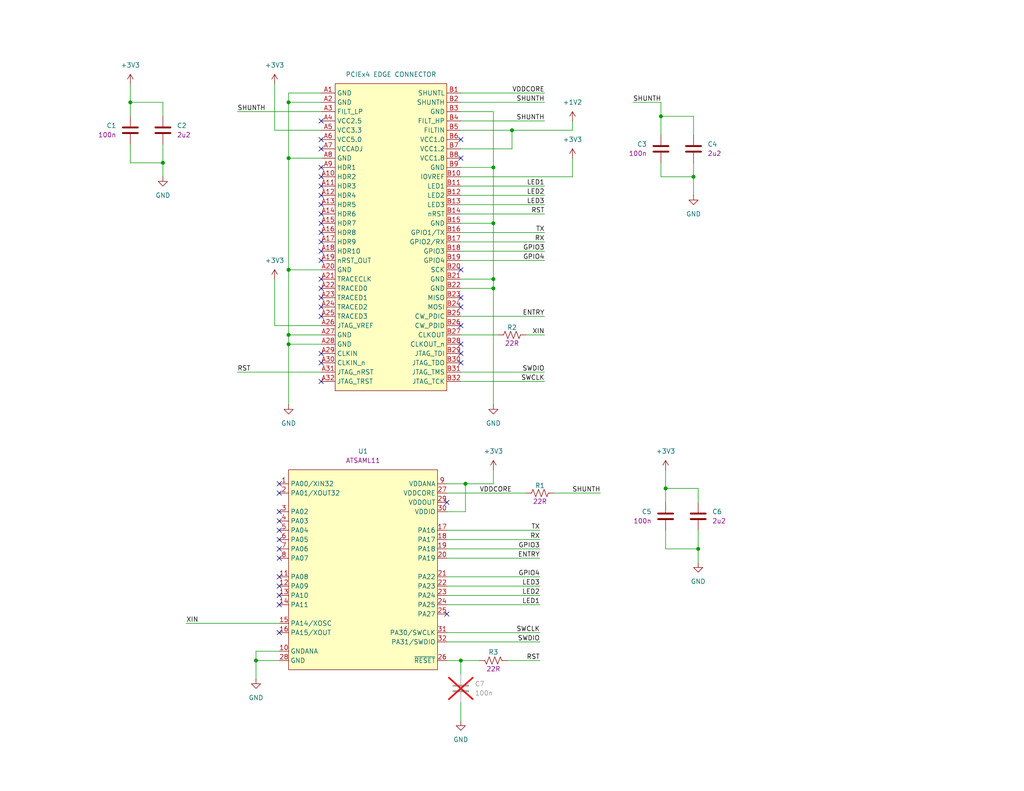
<source format=kicad_sch>
(kicad_sch (version 20231120) (generator "eeschema") (generator_version "8.0")
  (paper "USLetter")
  (lib_symbols
    (symbol "Silkscreen_Symbols:CE_Free" (in_bom no))
    (symbol "Silkscreen_Symbols:Pb_Free" (in_bom no))
    (symbol "Silkscreen_Symbols:UKCA"
      (property "Reference" "PCB" (at 0 0 0))
      (property "Value" "UKCA symbol" (at 0 0 0))
    )
    (symbol "Silkscreen_Symbols:WEEE" (in_bom no))
    (symbol "power:+1V2" (power) (pin_numbers hide) (pin_names (offset 0) hide)
      (property "Value" "+1V2" (at 0 3.556 0))
      (symbol "+1V2_0_1"
        (polyline (pts (xy -0.762 1.27) (xy 0 2.54)))
        (polyline (pts (xy 0 0) (xy 0 2.54)))
        (polyline (pts (xy 0 2.54) (xy 0.762 1.27)))
      )
      (symbol "+1V2_1_1"
        (pin power_in line (at 0 0 90) (length 0) (name "~") (number "1"))
      )
    )
    (symbol "power:+3V3" (power) (pin_numbers hide) (pin_names (offset 0) hide)
      (property "Value" "+3V3" (at 0 3.556 0))
      (symbol "+3V3_0_1"
        (polyline (pts (xy -0.762 1.27) (xy 0 2.54)))
        (polyline (pts (xy 0 0) (xy 0 2.54)))
        (polyline (pts (xy 0 2.54) (xy 0.762 1.27)))
      )
      (symbol "+3V3_1_1"
        (pin power_in line (at 0 0 90) (length 0) (name "~") (number "1"))
      )
    )
    (symbol "power:GND" (power) (pin_numbers hide) (pin_names (offset 0) hide)
      (property "Value" "GND" (at 0 -3.81 0))
      (symbol "GND_0_1"
        (polyline (pts (xy 0 0) (xy 0 -1.27) (xy 1.27 -1.27) (xy 0 -2.54) (xy -1.27 -1.27) (xy 0 -1.27)))
      )
      (symbol "GND_1_1"
        (pin power_in line (at 0 0 270) (length 0) (name "~") (number "1"))
      )
    )
    (symbol "tutorial_2_library:ATSMAL11E16A-AU"
      (property "Reference" "U" (at -20.32 5.08 0))
      (property "Display Value" "ATSAML11" (at 15.24 5.08 0))
      (symbol "ATSMAL11E16A-AU_1_1"
        (rectangle (start -20.32 3.81) (end 20.32 -50.8) (fill (type background)))
        (pin unspecified line (at -22.86 0 0) (length 2.54) (name "PA00/XIN32") (number "1"))
        (pin unspecified line (at -22.86 -45.72 0) (length 2.54) (name "GNDANA") (number "10"))
        (pin unspecified line (at -22.86 -25.4 0) (length 2.54) (name "PA08") (number "11"))
        (pin unspecified line (at -22.86 -27.94 0) (length 2.54) (name "PA09") (number "12"))
        (pin unspecified line (at -22.86 -30.48 0) (length 2.54) (name "PA10") (number "13"))
        (pin unspecified line (at -22.86 -33.02 0) (length 2.54) (name "PA11") (number "14"))
        (pin unspecified line (at -22.86 -38.1 0) (length 2.54) (name "PA14/XOSC") (number "15"))
        (pin unspecified line (at -22.86 -40.64 0) (length 2.54) (name "PA15/XOUT") (number "16"))
        (pin unspecified line (at 22.86 -12.7 180) (length 2.54) (name "PA16") (number "17"))
        (pin unspecified line (at 22.86 -15.24 180) (length 2.54) (name "PA17") (number "18"))
        (pin unspecified line (at 22.86 -17.78 180) (length 2.54) (name "PA18") (number "19"))
        (pin unspecified line (at -22.86 -2.54 0) (length 2.54) (name "PA01/XOUT32") (number "2"))
        (pin unspecified line (at 22.86 -20.32 180) (length 2.54) (name "PA19") (number "20"))
        (pin unspecified line (at 22.86 -25.4 180) (length 2.54) (name "PA22") (number "21"))
        (pin unspecified line (at 22.86 -27.94 180) (length 2.54) (name "PA23") (number "22"))
        (pin unspecified line (at 22.86 -30.48 180) (length 2.54) (name "PA24") (number "23"))
        (pin unspecified line (at 22.86 -33.02 180) (length 2.54) (name "PA25") (number "24"))
        (pin unspecified line (at 22.86 -35.56 180) (length 2.54) (name "PA27") (number "25"))
        (pin unspecified line (at 22.86 -48.26 180) (length 2.54) (name "~{RESET}") (number "26"))
        (pin unspecified line (at 22.86 -2.54 180) (length 2.54) (name "VDDCORE") (number "27"))
        (pin unspecified line (at -22.86 -48.26 0) (length 2.54) (name "GND") (number "28"))
        (pin unspecified line (at 22.86 -5.08 180) (length 2.54) (name "VDDOUT") (number "29"))
        (pin unspecified line (at -22.86 -7.62 0) (length 2.54) (name "PA02") (number "3"))
        (pin unspecified line (at 22.86 -7.62 180) (length 2.54) (name "VDDIO") (number "30"))
        (pin unspecified line (at 22.86 -40.64 180) (length 2.54) (name "PA30/SWCLK") (number "31"))
        (pin unspecified line (at 22.86 -43.18 180) (length 2.54) (name "PA31/SWDIO") (number "32"))
        (pin unspecified line (at -22.86 -10.16 0) (length 2.54) (name "PA03") (number "4"))
        (pin unspecified line (at -22.86 -12.7 0) (length 2.54) (name "PA04") (number "5"))
        (pin unspecified line (at -22.86 -15.24 0) (length 2.54) (name "PA05") (number "6"))
        (pin unspecified line (at -22.86 -17.78 0) (length 2.54) (name "PA06") (number "7"))
        (pin unspecified line (at -22.86 -20.32 0) (length 2.54) (name "PA07") (number "8"))
        (pin unspecified line (at 22.86 0 180) (length 2.54) (name "VDDANA") (number "9"))
      )
    )
    (symbol "tutorial_2_library:CAP_100n_50V_0603"
      (property "Reference" "C" (at -20.32 5.08 0))
      (property "Display Value" "100n" (at 15.24 5.08 0))
      (symbol "CAP_100n_50V_0603_0_1"
        (polyline (pts (xy -0.762 -2.032) (xy -0.762 2.032)) (stroke (width 0.508)))
        (polyline (pts (xy 0.762 -2.032) (xy 0.762 2.032)) (stroke (width 0.508)))
      )
      (symbol "CAP_100n_50V_0603_1_1"
        (pin passive line (at -3.81 0 0) (length 2.794) (name "~") (number ""))
        (pin passive line (at 3.81 0 180) (length 2.794) (name "~") (number ""))
      )
    )
    (symbol "tutorial_2_library:CAP_2u2_16V_0603"
      (property "Reference" "C" (at -20.32 5.08 0))
      (property "Display Value" "2u2" (at 15.24 5.08 0))
      (symbol "CAP_2u2_16V_0603_0_1"
        (polyline (pts (xy -0.762 -2.032) (xy -0.762 2.032)) (stroke (width 0.508)))
        (polyline (pts (xy 0.762 -2.032) (xy 0.762 2.032)) (stroke (width 0.508)))
      )
      (symbol "CAP_2u2_16V_0603_1_1"
        (pin passive line (at -3.81 0 0) (length 2.794) (name "~") (number ""))
        (pin passive line (at 3.81 0 180) (length 2.794) (name "~") (number ""))
      )
    )
    (symbol "tutorial_2_library:CW312T-Template" (in_bom no)
      (property "Reference" "P" (at -15.24 3.81 0))
      (property "Value" "PCIEx4 EDGE CONNECTOR " (at 3.81 3.81 0))
      (symbol "CW312T-Template_1_1"
        (rectangle (start -15.24 2.54) (end 15.24 -81.28) (fill (type background)))
        (pin unspecified line (at -19.05 0 0) (length 3.81) (name "GND") (number "A1"))
        (pin unspecified line (at -19.05 -22.86 0) (length 3.81) (name "HDR2") (number "A10"))
        (pin unspecified line (at -19.05 -25.4 0) (length 3.81) (name "HDR3") (number "A11"))
        (pin unspecified line (at -19.05 -27.94 0) (length 3.81) (name "HDR4") (number "A12"))
        (pin unspecified line (at -19.05 -30.48 0) (length 3.81) (name "HDR5") (number "A13"))
        (pin unspecified line (at -19.05 -33.02 0) (length 3.81) (name "HDR6") (number "A14"))
        (pin unspecified line (at -19.05 -35.56 0) (length 3.81) (name "HDR7") (number "A15"))
        (pin unspecified line (at -19.05 -38.1 0) (length 3.81) (name "HDR8") (number "A16"))
        (pin unspecified line (at -19.05 -40.64 0) (length 3.81) (name "HDR9") (number "A17"))
        (pin unspecified line (at -19.05 -43.18 0) (length 3.81) (name "HDR10") (number "A18"))
        (pin unspecified line (at -19.05 -45.72 0) (length 3.81) (name "nRST_OUT") (number "A19"))
        (pin unspecified line (at -19.05 -2.54 0) (length 3.81) (name "GND") (number "A2"))
        (pin unspecified line (at -19.05 -48.26 0) (length 3.81) (name "GND") (number "A20"))
        (pin unspecified line (at -19.05 -50.8 0) (length 3.81) (name "TRACECLK") (number "A21"))
        (pin unspecified line (at -19.05 -53.34 0) (length 3.81) (name "TRACED0") (number "A22"))
        (pin unspecified line (at -19.05 -55.88 0) (length 3.81) (name "TRACED1") (number "A23"))
        (pin unspecified line (at -19.05 -58.42 0) (length 3.81) (name "TRACED2") (number "A24"))
        (pin unspecified line (at -19.05 -60.96 0) (length 3.81) (name "TRACED3") (number "A25"))
        (pin unspecified line (at -19.05 -63.5 0) (length 3.81) (name "JTAG_VREF") (number "A26"))
        (pin unspecified line (at -19.05 -66.04 0) (length 3.81) (name "GND") (number "A27"))
        (pin unspecified line (at -19.05 -68.58 0) (length 3.81) (name "GND") (number "A28"))
        (pin unspecified line (at -19.05 -71.12 0) (length 3.81) (name "CLKIN") (number "A29"))
        (pin unspecified line (at -19.05 -5.08 0) (length 3.81) (name "FILT_LP") (number "A3"))
        (pin unspecified line (at -19.05 -73.66 0) (length 3.81) (name "CLKIN_n") (number "A30"))
        (pin unspecified line (at -19.05 -76.2 0) (length 3.81) (name "JTAG_nRST") (number "A31"))
        (pin unspecified line (at -19.05 -78.74 0) (length 3.81) (name "JTAG_TRST") (number "A32"))
        (pin unspecified line (at -19.05 -7.62 0) (length 3.81) (name "VCC2.5") (number "A4"))
        (pin unspecified line (at -19.05 -10.16 0) (length 3.81) (name "VCC3.3") (number "A5"))
        (pin unspecified line (at -19.05 -12.7 0) (length 3.81) (name "VCC5.0") (number "A6"))
        (pin unspecified line (at -19.05 -15.24 0) (length 3.81) (name "VCCADJ") (number "A7"))
        (pin unspecified line (at -19.05 -17.78 0) (length 3.81) (name "GND") (number "A8"))
        (pin unspecified line (at -19.05 -20.32 0) (length 3.81) (name "HDR1") (number "A9"))
        (pin unspecified line (at 19.05 0 180) (length 3.81) (name "SHUNTL") (number "B1"))
        (pin unspecified line (at 19.05 -22.86 180) (length 3.81) (name "IOVREF") (number "B10"))
        (pin unspecified line (at 19.05 -25.4 180) (length 3.81) (name "LED1") (number "B11"))
        (pin unspecified line (at 19.05 -27.94 180) (length 3.81) (name "LED2") (number "B12"))
        (pin unspecified line (at 19.05 -30.48 180) (length 3.81) (name "LED3") (number "B13"))
        (pin unspecified line (at 19.05 -33.02 180) (length 3.81) (name "nRST") (number "B14"))
        (pin unspecified line (at 19.05 -35.56 180) (length 3.81) (name "GND") (number "B15"))
        (pin unspecified line (at 19.05 -38.1 180) (length 3.81) (name "GPIO1/TX") (number "B16"))
        (pin unspecified line (at 19.05 -40.64 180) (length 3.81) (name "GPIO2/RX") (number "B17"))
        (pin unspecified line (at 19.05 -43.18 180) (length 3.81) (name "GPIO3") (number "B18"))
        (pin unspecified line (at 19.05 -45.72 180) (length 3.81) (name "GPIO4") (number "B19"))
        (pin unspecified line (at 19.05 -2.54 180) (length 3.81) (name "SHUNTH") (number "B2"))
        (pin unspecified line (at 19.05 -48.26 180) (length 3.81) (name "SCK") (number "B20"))
        (pin unspecified line (at 19.05 -50.8 180) (length 3.81) (name "GND") (number "B21"))
        (pin unspecified line (at 19.05 -53.34 180) (length 3.81) (name "GND") (number "B22"))
        (pin unspecified line (at 19.05 -55.88 180) (length 3.81) (name "MISO") (number "B23"))
        (pin unspecified line (at 19.05 -58.42 180) (length 3.81) (name "MOSI") (number "B24"))
        (pin unspecified line (at 19.05 -60.96 180) (length 3.81) (name "CW_PDIC") (number "B25"))
        (pin unspecified line (at 19.05 -63.5 180) (length 3.81) (name "CW_PDID") (number "B26"))
        (pin unspecified line (at 19.05 -66.04 180) (length 3.81) (name "CLKOUT") (number "B27"))
        (pin unspecified line (at 19.05 -68.58 180) (length 3.81) (name "CLKOUT_n") (number "B28"))
        (pin unspecified line (at 19.05 -71.12 180) (length 3.81) (name "JTAG_TDI") (number "B29"))
        (pin unspecified line (at 19.05 -5.08 180) (length 3.81) (name "GND") (number "B3"))
        (pin unspecified line (at 19.05 -73.66 180) (length 3.81) (name "JTAG_TDO") (number "B30"))
        (pin unspecified line (at 19.05 -76.2 180) (length 3.81) (name "JTAG_TMS") (number "B31"))
        (pin unspecified line (at 19.05 -78.74 180) (length 3.81) (name "JTAG_TCK") (number "B32"))
        (pin unspecified line (at 19.05 -7.62 180) (length 3.81) (name "FILT_HP") (number "B4"))
        (pin unspecified line (at 19.05 -10.16 180) (length 3.81) (name "FILTIN") (number "B5"))
        (pin unspecified line (at 19.05 -12.7 180) (length 3.81) (name "VCC1.0") (number "B6"))
        (pin unspecified line (at 19.05 -15.24 180) (length 3.81) (name "VCC1.2") (number "B7"))
        (pin unspecified line (at 19.05 -17.78 180) (length 3.81) (name "VCC1.8") (number "B8"))
        (pin unspecified line (at 19.05 -20.32 180) (length 3.81) (name "GND") (number "B9"))
      )
    )
    (symbol "tutorial_2_library:RES_22R_0603"
      (property "Reference" "R" (at -20.32 5.08 0))
      (property "Display Value" "22R" (at 15.24 5.08 0))
      (symbol "RES_22R_0603_0_1"
        (polyline (pts (xy -2.286 0) (xy -2.54 0)))
        (polyline (pts (xy 2.286 0) (xy 2.54 0)))
        (polyline (pts (xy -2.286 0) (xy -1.905 1.016) (xy -1.524 0) (xy -1.143 -1.016) (xy -0.762 0)))
        (polyline (pts (xy -0.762 0) (xy -0.381 1.016) (xy 0 0) (xy 0.381 -1.016) (xy 0.762 0)))
        (polyline (pts (xy 0.762 0) (xy 1.143 1.016) (xy 1.524 0) (xy 1.905 -1.016) (xy 2.286 0)))
      )
      (symbol "RES_22R_0603_1_1"
        (pin passive line (at -3.81 0 0) (length 1.27) (name "~") (number ""))
        (pin passive line (at 3.81 0 180) (length 1.27) (name "~") (number ""))
      )
    )
  )
  (junction (at 134.62 45.72))
  (junction (at 190.5 149.86))
  (junction (at 69.85 180.34))
  (junction (at 180.34 31.75))
  (junction (at 35.56 27.94))
  (junction (at 134.62 78.74))
  (junction (at 78.74 93.98))
  (junction (at 189.23 48.26))
  (junction (at 134.62 76.2))
  (junction (at 78.74 73.66))
  (junction (at 134.62 60.96))
  (junction (at 78.74 91.44))
  (junction (at 78.74 43.18))
  (junction (at 44.45 44.45))
  (junction (at 127 132.08))
  (junction (at 125.73 180.34))
  (junction (at 181.61 133.35))
  (junction (at 139.7 35.56))
  (junction (at 78.74 27.94))
  (no_connect (at 121.92 167.64))
  (no_connect (at 87.63 78.74))
  (no_connect (at 76.2 147.32))
  (no_connect (at 76.2 144.78))
  (no_connect (at 87.63 60.96))
  (no_connect (at 125.73 73.66))
  (no_connect (at 87.63 86.36))
  (no_connect (at 76.2 162.56))
  (no_connect (at 87.63 50.8))
  (no_connect (at 76.2 149.86))
  (no_connect (at 87.63 48.26))
  (no_connect (at 76.2 152.4))
  (no_connect (at 87.63 71.12))
  (no_connect (at 87.63 83.82))
  (no_connect (at 87.63 38.1))
  (no_connect (at 87.63 45.72))
  (no_connect (at 87.63 63.5))
  (no_connect (at 125.73 43.18))
  (no_connect (at 76.2 134.62))
  (no_connect (at 87.63 58.42))
  (no_connect (at 76.2 132.08))
  (no_connect (at 76.2 172.72))
  (no_connect (at 125.73 83.82))
  (no_connect (at 125.73 96.52))
  (no_connect (at 87.63 33.02))
  (no_connect (at 76.2 165.1))
  (no_connect (at 87.63 76.2))
  (no_connect (at 125.73 38.1))
  (no_connect (at 87.63 99.06))
  (no_connect (at 87.63 55.88))
  (no_connect (at 76.2 142.24))
  (no_connect (at 87.63 68.58))
  (no_connect (at 76.2 160.02))
  (no_connect (at 87.63 96.52))
  (no_connect (at 125.73 88.9))
  (no_connect (at 87.63 40.64))
  (no_connect (at 87.63 66.04))
  (no_connect (at 76.2 139.7))
  (no_connect (at 125.73 99.06))
  (no_connect (at 87.63 104.14))
  (no_connect (at 76.2 157.48))
  (no_connect (at 121.92 137.16))
  (no_connect (at 125.73 93.98))
  (no_connect (at 87.63 81.28))
  (no_connect (at 87.63 53.34))
  (no_connect (at 125.73 81.28))
  (wire (pts (xy 181.61 133.35) (xy 181.61 137.16)))
  (wire (pts (xy 190.5 133.35) (xy 181.61 133.35)))
  (wire (pts (xy 125.73 50.8) (xy 148.59 50.8)))
  (wire (pts (xy 121.92 175.26) (xy 147.32 175.26)))
  (wire (pts (xy 125.73 191.77) (xy 125.73 196.85)))
  (wire (pts (xy 69.85 180.34) (xy 76.2 180.34)))
  (wire (pts (xy 44.45 27.94) (xy 35.56 27.94)))
  (wire (pts (xy 78.74 93.98) (xy 78.74 110.49)))
  (wire (pts (xy 64.77 30.48) (xy 87.63 30.48)))
  (wire (pts (xy 125.73 60.96) (xy 134.62 60.96)))
  (wire (pts (xy 78.74 73.66) (xy 87.63 73.66)))
  (wire (pts (xy 121.92 144.78) (xy 147.32 144.78)))
  (wire (pts (xy 125.73 76.2) (xy 134.62 76.2)))
  (wire (pts (xy 125.73 104.14) (xy 148.59 104.14)))
  (wire (pts (xy 125.73 66.04) (xy 148.59 66.04)))
  (wire (pts (xy 125.73 91.44) (xy 135.89 91.44)))
  (wire (pts (xy 78.74 91.44) (xy 87.63 91.44)))
  (wire (pts (xy 125.73 33.02) (xy 148.59 33.02)))
  (wire (pts (xy 180.34 36.83) (xy 180.34 31.75)))
  (wire (pts (xy 35.56 27.94) (xy 35.56 31.75)))
  (wire (pts (xy 69.85 177.8) (xy 69.85 180.34)))
  (wire (pts (xy 125.73 27.94) (xy 148.59 27.94)))
  (wire (pts (xy 78.74 91.44) (xy 78.74 93.98)))
  (wire (pts (xy 78.74 43.18) (xy 78.74 73.66)))
  (wire (pts (xy 156.21 43.18) (xy 156.21 48.26)))
  (wire (pts (xy 87.63 25.4) (xy 78.74 25.4)))
  (wire (pts (xy 125.73 71.12) (xy 148.59 71.12)))
  (wire (pts (xy 180.34 27.94) (xy 172.72 27.94)))
  (wire (pts (xy 125.73 30.48) (xy 134.62 30.48)))
  (wire (pts (xy 78.74 93.98) (xy 87.63 93.98)))
  (wire (pts (xy 125.73 86.36) (xy 148.59 86.36)))
  (wire (pts (xy 125.73 101.6) (xy 148.59 101.6)))
  (wire (pts (xy 125.73 63.5) (xy 148.59 63.5)))
  (wire (pts (xy 156.21 33.02) (xy 156.21 35.56)))
  (wire (pts (xy 189.23 48.26) (xy 189.23 53.34)))
  (wire (pts (xy 127 139.7) (xy 127 132.08)))
  (wire (pts (xy 121.92 165.1) (xy 147.32 165.1)))
  (wire (pts (xy 78.74 27.94) (xy 87.63 27.94)))
  (wire (pts (xy 190.5 137.16) (xy 190.5 133.35)))
  (wire (pts (xy 190.5 149.86) (xy 190.5 144.78)))
  (wire (pts (xy 35.56 44.45) (xy 44.45 44.45)))
  (wire (pts (xy 121.92 162.56) (xy 147.32 162.56)))
  (wire (pts (xy 121.92 160.02) (xy 147.32 160.02)))
  (wire (pts (xy 74.93 35.56) (xy 87.63 35.56)))
  (wire (pts (xy 180.34 44.45) (xy 180.34 48.26)))
  (wire (pts (xy 125.73 35.56) (xy 139.7 35.56)))
  (wire (pts (xy 121.92 180.34) (xy 125.73 180.34)))
  (wire (pts (xy 125.73 48.26) (xy 156.21 48.26)))
  (wire (pts (xy 181.61 128.27) (xy 181.61 133.35)))
  (wire (pts (xy 143.51 91.44) (xy 148.59 91.44)))
  (wire (pts (xy 125.73 25.4) (xy 148.59 25.4)))
  (wire (pts (xy 64.77 101.6) (xy 87.63 101.6)))
  (wire (pts (xy 134.62 132.08) (xy 134.62 128.27)))
  (wire (pts (xy 134.62 78.74) (xy 134.62 110.49)))
  (wire (pts (xy 125.73 40.64) (xy 139.7 40.64)))
  (wire (pts (xy 190.5 149.86) (xy 190.5 153.67)))
  (wire (pts (xy 125.73 55.88) (xy 148.59 55.88)))
  (wire (pts (xy 189.23 44.45) (xy 189.23 48.26)))
  (wire (pts (xy 121.92 149.86) (xy 147.32 149.86)))
  (wire (pts (xy 121.92 134.62) (xy 143.51 134.62)))
  (wire (pts (xy 181.61 149.86) (xy 190.5 149.86)))
  (wire (pts (xy 151.13 134.62) (xy 163.83 134.62)))
  (wire (pts (xy 180.34 31.75) (xy 189.23 31.75)))
  (wire (pts (xy 78.74 43.18) (xy 87.63 43.18)))
  (wire (pts (xy 138.43 180.34) (xy 147.32 180.34)))
  (wire (pts (xy 35.56 39.37) (xy 35.56 44.45)))
  (wire (pts (xy 121.92 172.72) (xy 147.32 172.72)))
  (wire (pts (xy 139.7 35.56) (xy 156.21 35.56)))
  (wire (pts (xy 125.73 180.34) (xy 125.73 184.15)))
  (wire (pts (xy 44.45 31.75) (xy 44.45 27.94)))
  (wire (pts (xy 125.73 45.72) (xy 134.62 45.72)))
  (wire (pts (xy 74.93 88.9) (xy 87.63 88.9)))
  (wire (pts (xy 134.62 45.72) (xy 134.62 60.96)))
  (wire (pts (xy 74.93 76.2) (xy 74.93 88.9)))
  (wire (pts (xy 125.73 78.74) (xy 134.62 78.74)))
  (wire (pts (xy 125.73 58.42) (xy 148.59 58.42)))
  (wire (pts (xy 181.61 144.78) (xy 181.61 149.86)))
  (wire (pts (xy 180.34 31.75) (xy 180.34 27.94)))
  (wire (pts (xy 44.45 44.45) (xy 44.45 39.37)))
  (wire (pts (xy 50.8 170.18) (xy 76.2 170.18)))
  (wire (pts (xy 121.92 152.4) (xy 147.32 152.4)))
  (wire (pts (xy 78.74 73.66) (xy 78.74 91.44)))
  (wire (pts (xy 121.92 157.48) (xy 147.32 157.48)))
  (wire (pts (xy 134.62 60.96) (xy 134.62 76.2)))
  (wire (pts (xy 134.62 76.2) (xy 134.62 78.74)))
  (wire (pts (xy 44.45 44.45) (xy 44.45 48.26)))
  (wire (pts (xy 78.74 27.94) (xy 78.74 43.18)))
  (wire (pts (xy 134.62 30.48) (xy 134.62 45.72)))
  (wire (pts (xy 121.92 132.08) (xy 127 132.08)))
  (wire (pts (xy 121.92 147.32) (xy 147.32 147.32)))
  (wire (pts (xy 189.23 31.75) (xy 189.23 36.83)))
  (wire (pts (xy 125.73 180.34) (xy 130.81 180.34)))
  (wire (pts (xy 125.73 53.34) (xy 148.59 53.34)))
  (wire (pts (xy 78.74 25.4) (xy 78.74 27.94)))
  (wire (pts (xy 76.2 177.8) (xy 69.85 177.8)))
  (wire (pts (xy 121.92 139.7) (xy 127 139.7)))
  (wire (pts (xy 35.56 22.86) (xy 35.56 27.94)))
  (wire (pts (xy 69.85 180.34) (xy 69.85 185.42)))
  (wire (pts (xy 127 132.08) (xy 134.62 132.08)))
  (wire (pts (xy 180.34 48.26) (xy 189.23 48.26)))
  (wire (pts (xy 125.73 68.58) (xy 148.59 68.58)))
  (wire (pts (xy 139.7 40.64) (xy 139.7 35.56)))
  (wire (pts (xy 74.93 22.86) (xy 74.93 35.56)))
  (label "SHUNTH" (at 172.72 27.94 0))
  (label "SWDIO" (at 148.59 101.6 180))
  (label "LED1" (at 148.59 50.8 180))
  (label "SWCLK" (at 147.32 172.72 180))
  (label "RX" (at 148.59 66.04 180))
  (label "ENTRY" (at 148.59 86.36 180))
  (label "LED2" (at 148.59 53.34 180))
  (label "TX" (at 147.32 144.78 180))
  (label "SWDIO" (at 147.32 175.26 180))
  (label "SHUNTH" (at 163.83 134.62 180))
  (label "GPIO3" (at 147.32 149.86 180))
  (label "ENTRY" (at 147.32 152.4 180))
  (label "LED3" (at 147.32 160.02 180))
  (label "GPIO3" (at 148.59 68.58 180))
  (label "RST" (at 64.77 101.6 0))
  (label "SWCLK" (at 148.59 104.14 180))
  (label "LED2" (at 147.32 162.56 180))
  (label "LED1" (at 147.32 165.1 180))
  (label "SHUNTH" (at 148.59 33.02 180))
  (label "RST" (at 148.59 58.42 180))
  (label "SHUNTH" (at 64.77 30.48 0))
  (label "VDDCORE" (at 148.59 25.4 180))
  (label "RST" (at 147.32 180.34 180))
  (label "LED3" (at 148.59 55.88 180))
  (label "TX" (at 148.59 63.5 180))
  (label "XIN" (at 148.59 91.44 180))
  (label "SHUNTH" (at 148.59 27.94 180))
  (label "VDDCORE" (at 139.7 134.62 180))
  (label "GPIO4" (at 148.59 71.12 180))
  (label "XIN" (at 50.8 170.18 0))
  (label "GPIO4" (at 147.32 157.48 180))
  (label "RX" (at 147.32 147.32 180))
  (symbol (lib_name "tutorial_2_library:CAP_100n_50V_0603") (lib_id "tutorial_2_library:CAP_100n_50V_0603") (at 181.61 140.97 90) (mirror x) (unit 1)
    (property "Reference" "C5" (at 177.8 139.6999 90) (effects (justify left)))
    (property "Value" "CAP_100n_50V_0603" (effects (hide yes)))
    (property "Footprint" "Capacitor_SMD:C_0603_1608Metric" (effects (hide yes)))
    (property "Datasheet" "https://content.kemet.com/datasheets/KEM_C1002_X7R_SMD.pdf" (effects (hide yes)))
    (property "Description" "CAP CER 0.1UF 50V X7R 0603" (effects (hide yes)))
    (property "Display Value" "100n" (at 177.8 142.2399 90) (effects (justify left)))
    (property "Manufacturer" "KEMET" (effects (hide yes)))
    (property "Manufacturer Part Number" "C0603C104M5RACTU" (effects (hide yes)))
    (property "Supplier 1" "DigiKey" (effects (hide yes)))
    (property "Supplier 1 Part Number" "399-C0603C104M5RACTUCT-ND" (effects (hide yes)))
  )
  (symbol (lib_id "power:GND") (at 78.74 110.49 0) (unit 1)
    (property "Reference" "#PWR07" (effects (hide yes)))
    (property "Value" "GND" (at 78.74 115.57 0))
    (property "Description" "Power symbol creates a global label with name \"GND\" , ground" (effects (hide yes)))
  )
  (symbol (lib_name "tutorial_2_library:CAP_100n_50V_0603") (lib_id "tutorial_2_library:CAP_100n_50V_0603") (at 35.56 35.56 90) (mirror x) (unit 1)
    (property "Reference" "C1" (at 31.75 34.2899 90) (effects (justify left)))
    (property "Value" "CAP_100n_50V_0603" (effects (hide yes)))
    (property "Footprint" "Capacitor_SMD:C_0603_1608Metric" (effects (hide yes)))
    (property "Datasheet" "https://content.kemet.com/datasheets/KEM_C1002_X7R_SMD.pdf" (effects (hide yes)))
    (property "Description" "CAP CER 0.1UF 50V X7R 0603" (effects (hide yes)))
    (property "Display Value" "100n" (at 31.75 36.8299 90) (effects (justify left)))
    (property "Manufacturer" "KEMET" (effects (hide yes)))
    (property "Manufacturer Part Number" "C0603C104M5RACTU" (effects (hide yes)))
    (property "Supplier 1" "DigiKey" (effects (hide yes)))
    (property "Supplier 1 Part Number" "399-C0603C104M5RACTUCT-ND" (effects (hide yes)))
  )
  (symbol (lib_id "power:GND") (at 190.5 153.67 0) (unit 1)
    (property "Reference" "#PWR06" (effects (hide yes)))
    (property "Value" "GND" (at 190.5 158.75 0))
    (property "Description" "Power symbol creates a global label with name \"GND\" , ground" (effects (hide yes)))
  )
  (symbol (lib_id "tutorial_2_library:ATSMAL11E16A-AU") (at 99.06 132.08 0) (unit 1)
    (property "Reference" "U1" (at 99.06 123.19 0))
    (property "Value" "ATSMAL11E16A-AU" (effects (hide yes)))
    (property "Footprint" "Package_QFP:TQFP-32_7x7mm_P0.8mm" (effects (hide yes)))
    (property "Datasheet" "https://www.mouser.ca/datasheet/2/268/SAM_L10_L11_Family_Data_Sheet_DS60001513-3442769.pdf" (effects (hide yes)))
    (property "Description" "ARM Microcontrollers - MCU TQFP32, 64KBFlash/16KB SRAM,85 Temp,Crypto,Tray" (effects (hide yes)))
    (property "Display Value" "ATSAML11" (at 99.06 125.73 0))
    (property "Manufacturer" "Microchip Technology" (effects (hide yes)))
    (property "Manufacturer Part Number" "ATSAML11E16A-AU" (effects (hide yes)))
    (property "Supplier 1" "DigiKey" (effects (hide yes)))
    (property "Supplier 1 Part Number" "ATSAML11E16A-AU-ND" (effects (hide yes)))
  )
  (symbol (lib_id "power:+1V2") (at 156.21 33.02 0) (unit 1)
    (property "Reference" "#PWR011" (effects (hide yes)))
    (property "Value" "+1V2" (at 156.21 27.94 0))
    (property "Description" "Power symbol creates a global label with name \"+1V2\"" (effects (hide yes)))
  )
  (symbol (lib_id "Silkscreen_Symbols:Pb_Free") (at -19.05 198.12 0) (unit 1) (in_bom no)
    (property "Reference" "PCB2" (effects (hide yes)))
    (property "Value" "Pb_Free" (effects (hide yes)))
    (property "Footprint" "Silkscrren_Symbols:Pb_Free_8.0x8.0mm_SilkScreen" (effects (hide yes)))
  )
  (symbol (lib_id "power:+3V3") (at 134.62 128.27 0) (unit 1)
    (property "Reference" "#PWR010" (effects (hide yes)))
    (property "Value" "+3V3" (at 134.62 123.19 0))
    (property "Description" "Power symbol creates a global label with name \"+3V3\"" (effects (hide yes)))
  )
  (symbol (lib_name "tutorial_2_library:RES_22R_0603") (lib_id "tutorial_2_library:RES_22R_0603") (at 134.62 180.34 0) (mirror x) (unit 1)
    (property "Reference" "R3" (at 134.62 178.054 0))
    (property "Value" "22R_0603" (effects (hide yes)))
    (property "Footprint" "Resistor_SMD:R_0603_1608Metric" (effects (hide yes)))
    (property "Datasheet" "https://www.yageo.com/upload/media/product/products/datasheet/rchip/PYu-RC_Group_51_RoHS_L_12.pdf" (effects (hide yes)))
    (property "Description" "RES 22 OHM 5% 1/10W 0603" (effects (hide yes)))
    (property "Display Value" "22R" (at 134.62 182.626 0))
    (property "Manufacturer" "YAGEO" (effects (hide yes)))
    (property "Manufacturer Part Number" "RC0603JR-0722RL" (effects (hide yes)))
    (property "Supplier 1" "DigiKey" (effects (hide yes)))
    (property "Supplier 1 Part Number" "311-22GRCT-ND" (effects (hide yes)))
  )
  (symbol (lib_id "power:+3V3") (at 156.21 43.18 0) (unit 1)
    (property "Reference" "#PWR01" (effects (hide yes)))
    (property "Value" "+3V3" (at 156.21 38.1 0))
    (property "Description" "Power symbol creates a global label with name \"+3V3\"" (effects (hide yes)))
  )
  (symbol (lib_id "power:+3V3") (at 181.61 128.27 0) (unit 1)
    (property "Reference" "#PWR05" (effects (hide yes)))
    (property "Value" "+3V3" (at 181.61 123.19 0))
    (property "Description" "Power symbol creates a global label with name \"+3V3\"" (effects (hide yes)))
  )
  (symbol (lib_id "power:+3V3") (at 35.56 22.86 0) (unit 1)
    (property "Reference" "#PWR02" (effects (hide yes)))
    (property "Value" "+3V3" (at 35.56 17.78 0))
    (property "Description" "Power symbol creates a global label with name \"+3V3\"" (effects (hide yes)))
  )
  (symbol (lib_id "power:GND") (at 44.45 48.26 0) (unit 1)
    (property "Reference" "#PWR04" (effects (hide yes)))
    (property "Value" "GND" (at 44.45 53.34 0))
    (property "Description" "Power symbol creates a global label with name \"GND\" , ground" (effects (hide yes)))
  )
  (symbol (lib_name "tutorial_2_library:CAP_2u2_16V_0603") (lib_id "tutorial_2_library:CAP_2u2_16V_0603") (at 189.23 40.64 270) (unit 1)
    (property "Reference" "C4" (at 193.04 39.3699 90) (effects (justify left)))
    (property "Value" "CAP_2u2_16V_0603" (effects (hide yes)))
    (property "Footprint" "Capacitor_SMD:C_0603_1608Metric" (effects (hide yes)))
    (property "Datasheet" "https://content.kemet.com/datasheets/KEM_C1006_X5R_SMD.pdf" (effects (hide yes)))
    (property "Description" "CAP CER 2.2UF 16V X5R 0603" (effects (hide yes)))
    (property "Display Value" "2u2" (at 193.04 41.9099 90) (effects (justify left)))
    (property "Manufacturer" "KEMET" (effects (hide yes)))
    (property "Manufacturer Part Number" "C0603C225K4PAC7867" (effects (hide yes)))
    (property "Supplier 1" "DigiKey" (effects (hide yes)))
    (property "Supplier 1 Part Number" "399-C0603C225K4PAC7867CT-ND" (effects (hide yes)))
  )
  (symbol (lib_id "Silkscreen_Symbols:UKCA") (at -16.51 193.04 0) (unit 1)
    (property "Reference" "PCB4" (effects (hide yes)))
    (property "Value" "UKCA symbol" (effects (hide yes)))
    (property "Footprint" "Silkscrren_Symbols:UKCA-Logo_8x8mm_SilkScreen" (effects (hide yes)))
  )
  (symbol (lib_id "power:GND") (at 189.23 53.34 0) (unit 1)
    (property "Reference" "#PWR08" (effects (hide yes)))
    (property "Value" "GND" (at 189.23 58.42 0))
    (property "Description" "Power symbol creates a global label with name \"GND\" , ground" (effects (hide yes)))
  )
  (symbol (lib_id "tutorial_2_library:CW312T-Template") (at 106.68 25.4 0) (unit 1) (in_bom no)
    (property "Reference" "P1" (effects (hide yes)))
    (property "Value" "PCIEx4 EDGE CONNECTOR" (at 106.68 20.32 0))
    (property "Footprint" "tutorial_2_library:CW312_Template" (effects (hide yes)))
    (property "Description" "BOARD AND EDGE CONNECTOR TEMPLATE FOR CW312 TARGETS" (effects (hide yes)))
  )
  (symbol (lib_id "power:+3V3") (at 74.93 76.2 0) (unit 1)
    (property "Reference" "#PWR013" (effects (hide yes)))
    (property "Value" "+3V3" (at 74.93 71.12 0))
    (property "Description" "Power symbol creates a global label with name \"+3V3\"" (effects (hide yes)))
  )
  (symbol (lib_id "power:+3V3") (at 74.93 22.86 0) (unit 1)
    (property "Reference" "#PWR012" (effects (hide yes)))
    (property "Value" "+3V3" (at 74.93 17.78 0))
    (property "Description" "Power symbol creates a global label with name \"+3V3\"" (effects (hide yes)))
  )
  (symbol (lib_id "Silkscreen_Symbols:CE_Free") (at -25.4 199.39 0) (unit 1) (in_bom no)
    (property "Reference" "PCB1" (effects (hide yes)))
    (property "Value" "CE" (effects (hide yes)))
    (property "Footprint" "Silkscrren_Symbols:CE-Logo_8.5x6mm_SilkScreen" (effects (hide yes)))
  )
  (symbol (lib_id "power:GND") (at 134.62 110.49 0) (unit 1)
    (property "Reference" "#PWR09" (effects (hide yes)))
    (property "Value" "GND" (at 134.62 115.57 0))
    (property "Description" "Power symbol creates a global label with name \"GND\" , ground" (effects (hide yes)))
  )
  (symbol (lib_name "tutorial_2_library:CAP_2u2_16V_0603") (lib_id "tutorial_2_library:CAP_2u2_16V_0603") (at 190.5 140.97 270) (unit 1)
    (property "Reference" "C6" (at 194.31 139.6999 90) (effects (justify left)))
    (property "Value" "CAP_2u2_16V_0603" (effects (hide yes)))
    (property "Footprint" "Capacitor_SMD:C_0603_1608Metric" (effects (hide yes)))
    (property "Datasheet" "https://content.kemet.com/datasheets/KEM_C1006_X5R_SMD.pdf" (effects (hide yes)))
    (property "Description" "CAP CER 2.2UF 16V X5R 0603" (effects (hide yes)))
    (property "Display Value" "2u2" (at 194.31 142.2399 90) (effects (justify left)))
    (property "Manufacturer" "KEMET" (effects (hide yes)))
    (property "Manufacturer Part Number" "C0603C225K4PAC7867" (effects (hide yes)))
    (property "Supplier 1" "DigiKey" (effects (hide yes)))
    (property "Supplier 1 Part Number" "399-C0603C225K4PAC7867CT-ND" (effects (hide yes)))
  )
  (symbol (lib_id "Silkscreen_Symbols:WEEE") (at -19.05 196.85 0) (unit 1) (in_bom no)
    (property "Reference" "PCB3" (effects (hide yes)))
    (property "Value" "WEEE" (effects (hide yes)))
    (property "Footprint" "Silkscrren_Symbols:WEEE-Logo_5.6x8mm_SilkScreen" (effects (hide yes)))
  )
  (symbol (lib_name "tutorial_2_library:CAP_2u2_16V_0603") (lib_id "tutorial_2_library:CAP_2u2_16V_0603") (at 44.45 35.56 270) (unit 1)
    (property "Reference" "C2" (at 48.26 34.2899 90) (effects (justify left)))
    (property "Value" "CAP_2u2_16V_0603" (effects (hide yes)))
    (property "Footprint" "Capacitor_SMD:C_0603_1608Metric" (effects (hide yes)))
    (property "Datasheet" "https://content.kemet.com/datasheets/KEM_C1006_X5R_SMD.pdf" (effects (hide yes)))
    (property "Description" "CAP CER 2.2UF 16V X5R 0603" (effects (hide yes)))
    (property "Display Value" "2u2" (at 48.26 36.8299 90) (effects (justify left)))
    (property "Manufacturer" "KEMET" (effects (hide yes)))
    (property "Manufacturer Part Number" "C0603C225K4PAC7867" (effects (hide yes)))
    (property "Supplier 1" "DigiKey" (effects (hide yes)))
    (property "Supplier 1 Part Number" "399-C0603C225K4PAC7867CT-ND" (effects (hide yes)))
  )
  (symbol (lib_name "tutorial_2_library:RES_22R_0603") (lib_id "tutorial_2_library:RES_22R_0603") (at 139.7 91.44 0) (unit 1)
    (property "Reference" "R2" (at 139.7 89.408 0))
    (property "Value" "22R_0603" (effects (hide yes)))
    (property "Footprint" "Resistor_SMD:R_0603_1608Metric" (effects (hide yes)))
    (property "Datasheet" "https://www.yageo.com/upload/media/product/products/datasheet/rchip/PYu-RC_Group_51_RoHS_L_12.pdf" (effects (hide yes)))
    (property "Description" "RES 22 OHM 5% 1/10W 0603" (effects (hide yes)))
    (property "Display Value" "22R" (at 139.7 93.726 0))
    (property "Manufacturer" "YAGEO" (effects (hide yes)))
    (property "Manufacturer Part Number" "RC0603JR-0722RL" (effects (hide yes)))
    (property "Supplier 1" "DigiKey" (effects (hide yes)))
    (property "Supplier 1 Part Number" "311-22GRCT-ND" (effects (hide yes)))
  )
  (symbol (lib_id "power:GND") (at 125.73 196.85 0) (unit 1)
    (property "Reference" "#PWR014" (effects (hide yes)))
    (property "Value" "GND" (at 125.73 201.93 0))
    (property "Description" "Power symbol creates a global label with name \"GND\" , ground" (effects (hide yes)))
  )
  (symbol (lib_id "power:GND") (at 69.85 185.42 0) (unit 1)
    (property "Reference" "#PWR03" (effects (hide yes)))
    (property "Value" "GND" (at 69.85 190.5 0))
    (property "Description" "Power symbol creates a global label with name \"GND\" , ground" (effects (hide yes)))
  )
  (symbol (lib_name "tutorial_2_library:CAP_100n_50V_0603") (lib_id "tutorial_2_library:CAP_100n_50V_0603") (at 180.34 40.64 90) (mirror x) (unit 1)
    (property "Reference" "C3" (at 176.53 39.3699 90) (effects (justify left)))
    (property "Value" "CAP_100n_50V_0603" (effects (hide yes)))
    (property "Footprint" "Capacitor_SMD:C_0603_1608Metric" (effects (hide yes)))
    (property "Datasheet" "https://content.kemet.com/datasheets/KEM_C1002_X7R_SMD.pdf" (effects (hide yes)))
    (property "Description" "CAP CER 0.1UF 50V X7R 0603" (effects (hide yes)))
    (property "Display Value" "100n" (at 176.53 41.9099 90) (effects (justify left)))
    (property "Manufacturer" "KEMET" (effects (hide yes)))
    (property "Manufacturer Part Number" "C0603C104M5RACTU" (effects (hide yes)))
    (property "Supplier 1" "DigiKey" (effects (hide yes)))
    (property "Supplier 1 Part Number" "399-C0603C104M5RACTUCT-ND" (effects (hide yes)))
  )
  (symbol (lib_name "tutorial_2_library:RES_22R_0603") (lib_id "tutorial_2_library:RES_22R_0603") (at 147.32 134.62 0) (unit 1)
    (property "Reference" "R1" (at 147.32 132.588 0))
    (property "Value" "22R_0603" (effects (hide yes)))
    (property "Footprint" "Resistor_SMD:R_0603_1608Metric" (effects (hide yes)))
    (property "Datasheet" "https://www.yageo.com/upload/media/product/products/datasheet/rchip/PYu-RC_Group_51_RoHS_L_12.pdf" (effects (hide yes)))
    (property "Description" "RES 22 OHM 5% 1/10W 0603" (effects (hide yes)))
    (property "Display Value" "22R" (at 147.32 136.906 0))
    (property "Manufacturer" "YAGEO" (effects (hide yes)))
    (property "Manufacturer Part Number" "RC0603JR-0722RL" (effects (hide yes)))
    (property "Supplier 1" "DigiKey" (effects (hide yes)))
    (property "Supplier 1 Part Number" "311-22GRCT-ND" (effects (hide yes)))
  )
  (symbol (lib_name "tutorial_2_library:CAP_100n_50V_0603") (lib_id "tutorial_2_library:CAP_100n_50V_0603") (at 125.73 187.96 270) (unit 1) (dnp yes)
    (property "Reference" "C7" (at 129.54 186.6899 90) (effects (justify left)))
    (property "Value" "CAP_100n_50V_0603" (effects (hide yes)))
    (property "Footprint" "Capacitor_SMD:C_0603_1608Metric" (effects (hide yes)))
    (property "Datasheet" "https://content.kemet.com/datasheets/KEM_C1002_X7R_SMD.pdf" (effects (hide yes)))
    (property "Description" "CAP CER 0.1UF 50V X7R 0603" (effects (hide yes)))
    (property "Display Value" "100n" (at 129.54 189.2299 90) (effects (justify left)))
    (property "Manufacturer" "KEMET" (effects (hide yes)))
    (property "Manufacturer Part Number" "C0603C104M5RACTU" (effects (hide yes)))
    (property "Supplier 1" "DigiKey" (effects (hide yes)))
    (property "Supplier 1 Part Number" "399-C0603C104M5RACTUCT-ND" (effects (hide yes)))
  )
)
</source>
